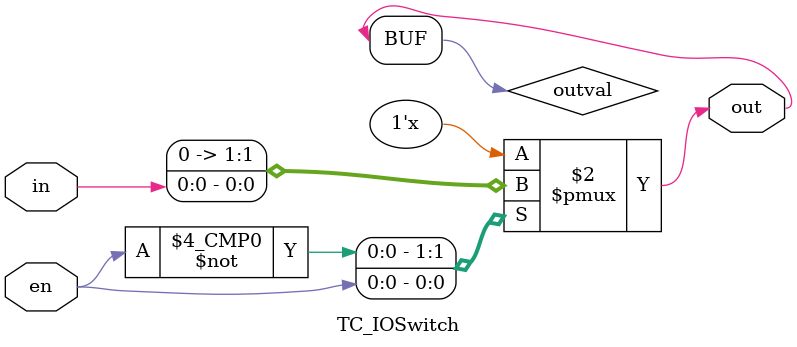
<source format=v>

module TC_IOSwitch (in, en, out);
    parameter UUID = 0;
    parameter NAME = "";
    parameter BIT_WIDTH = 1;
    input en;
    input [BIT_WIDTH-1:0] in;
    output [BIT_WIDTH-1:0] out;
    reg [BIT_WIDTH-1:0] outval;
    
    always @ (en or in) begin
        case(en)
        1'b0 : outval = {BIT_WIDTH{1'b0}};
        1'b1 : outval = in;
        endcase
    end
    assign out = outval;
endmodule

</source>
